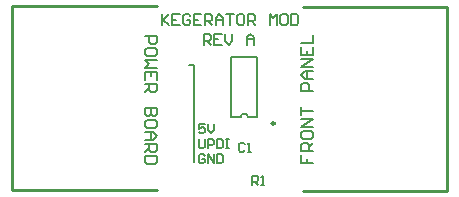
<source format=gto>
G04*
G04 #@! TF.GenerationSoftware,Altium Limited,CircuitMaker,2.2.1 (2.2.1.6)*
G04*
G04 Layer_Color=15132400*
%FSLAX24Y24*%
%MOIN*%
G70*
G04*
G04 #@! TF.SameCoordinates,CDB163E5-030E-4182-BE1C-8E83F9AF5388*
G04*
G04*
G04 #@! TF.FilePolarity,Positive*
G04*
G01*
G75*
%ADD10C,0.0079*%
%ADD11C,0.0100*%
%ADD12C,0.0070*%
%ADD13C,0.0080*%
D10*
X16612Y11750D02*
G03*
X16362Y11750I-125J0D01*
G01*
X16916Y11750D02*
X16916Y13750D01*
X16058Y13750D02*
X16916Y13750D01*
X16058Y11750D02*
X16058Y13750D01*
X16058Y11750D02*
X16362Y11750D01*
X16612Y11750D02*
X16916Y11750D01*
D11*
X17500Y11550D02*
G03*
X17500Y11550I-50J0D01*
G01*
X8760Y15471D02*
X13563Y15471D01*
X8760Y9329D02*
X13563Y9329D01*
X8760Y9329D02*
X8760Y15471D01*
X18437Y9304D02*
X23240Y9304D01*
X18437Y15446D02*
X23240Y15446D01*
X23240Y9304D02*
X23240Y15446D01*
D12*
X14800Y10250D02*
X14800Y13500D01*
X14650Y13500D02*
X14800Y13500D01*
X15170Y10470D02*
X15120Y10520D01*
X15020Y10520D01*
X14970Y10470D01*
X14970Y10270D01*
X15020Y10220D01*
X15120Y10220D01*
X15170Y10270D01*
X15170Y10370D01*
X15070Y10370D01*
X15270Y10220D02*
X15270Y10520D01*
X15470Y10220D01*
X15470Y10520D01*
X15570Y10520D02*
X15570Y10220D01*
X15720Y10220D01*
X15770Y10270D01*
X15770Y10470D01*
X15720Y10520D01*
X15570Y10520D01*
X15170Y11520D02*
X14970Y11520D01*
X14970Y11370D01*
X15070Y11420D01*
X15120Y11420D01*
X15170Y11370D01*
X15170Y11270D01*
X15120Y11220D01*
X15020Y11220D01*
X14970Y11270D01*
X15270Y11520D02*
X15270Y11320D01*
X15370Y11220D01*
X15470Y11320D01*
X15470Y11520D01*
X14970Y11020D02*
X14970Y10770D01*
X15020Y10720D01*
X15120Y10720D01*
X15170Y10770D01*
X15170Y11020D01*
X15270Y10720D02*
X15270Y11020D01*
X15420Y11020D01*
X15470Y10970D01*
X15470Y10870D01*
X15420Y10820D01*
X15270Y10820D01*
X15570Y11020D02*
X15570Y10720D01*
X15720Y10720D01*
X15770Y10770D01*
X15770Y10970D01*
X15720Y11020D01*
X15570Y11020D01*
X15870Y11020D02*
X15970Y11020D01*
X15920Y11020D01*
X15920Y10720D01*
X15870Y10720D01*
X15970Y10720D01*
X16750Y9500D02*
X16750Y9800D01*
X16900Y9800D01*
X16950Y9750D01*
X16950Y9650D01*
X16900Y9600D01*
X16750Y9600D01*
X16850Y9600D02*
X16950Y9500D01*
X17050Y9500D02*
X17150Y9500D01*
X17100Y9500D01*
X17100Y9800D01*
X17050Y9750D01*
X16500Y10850D02*
X16450Y10900D01*
X16350Y10900D01*
X16300Y10850D01*
X16300Y10650D01*
X16350Y10600D01*
X16450Y10600D01*
X16500Y10650D01*
X16600Y10600D02*
X16700Y10600D01*
X16650Y10600D01*
X16650Y10900D01*
X16600Y10850D01*
D13*
X15130Y14180D02*
X15130Y14540D01*
X15310Y14540D01*
X15370Y14480D01*
X15370Y14360D01*
X15310Y14300D01*
X15130Y14300D01*
X15250Y14300D02*
X15370Y14180D01*
X15730Y14540D02*
X15490Y14540D01*
X15490Y14180D01*
X15730Y14180D01*
X15490Y14360D02*
X15610Y14360D01*
X15850Y14540D02*
X15850Y14300D01*
X15970Y14180D01*
X16090Y14300D01*
X16090Y14540D01*
X16570Y14180D02*
X16570Y14420D01*
X16689Y14540D01*
X16809Y14420D01*
X16809Y14180D01*
X16809Y14360D01*
X16570Y14360D01*
X13180Y14470D02*
X13580Y14470D01*
X13580Y14270D01*
X13513Y14203D01*
X13380Y14203D01*
X13313Y14270D01*
X13313Y14470D01*
X13580Y13870D02*
X13580Y14003D01*
X13513Y14070D01*
X13247Y14070D01*
X13180Y14003D01*
X13180Y13870D01*
X13247Y13804D01*
X13513Y13804D01*
X13580Y13870D01*
X13580Y13670D02*
X13180Y13670D01*
X13313Y13537D01*
X13180Y13404D01*
X13580Y13404D01*
X13580Y13004D02*
X13580Y13270D01*
X13180Y13270D01*
X13180Y13004D01*
X13380Y13270D02*
X13380Y13137D01*
X13180Y12871D02*
X13580Y12871D01*
X13580Y12671D01*
X13513Y12604D01*
X13380Y12604D01*
X13313Y12671D01*
X13313Y12871D01*
X13313Y12737D02*
X13180Y12604D01*
X13580Y12071D02*
X13180Y12071D01*
X13180Y11871D01*
X13247Y11804D01*
X13313Y11804D01*
X13380Y11871D01*
X13380Y12071D01*
X13380Y11871D01*
X13447Y11804D01*
X13513Y11804D01*
X13580Y11871D01*
X13580Y12071D01*
X13580Y11471D02*
X13580Y11604D01*
X13513Y11671D01*
X13247Y11671D01*
X13180Y11604D01*
X13180Y11471D01*
X13247Y11404D01*
X13513Y11404D01*
X13580Y11471D01*
X13180Y11271D02*
X13447Y11271D01*
X13580Y11138D01*
X13447Y11004D01*
X13180Y11004D01*
X13380Y11004D01*
X13380Y11271D01*
X13180Y10871D02*
X13580Y10871D01*
X13580Y10671D01*
X13513Y10605D01*
X13380Y10605D01*
X13313Y10671D01*
X13313Y10871D01*
X13313Y10738D02*
X13180Y10605D01*
X13580Y10471D02*
X13180Y10471D01*
X13180Y10271D01*
X13247Y10205D01*
X13513Y10205D01*
X13580Y10271D01*
X13580Y10471D01*
X18370Y10497D02*
X18370Y10230D01*
X18570Y10230D01*
X18570Y10363D01*
X18570Y10230D01*
X18770Y10230D01*
X18770Y10630D02*
X18370Y10630D01*
X18370Y10830D01*
X18437Y10896D01*
X18570Y10896D01*
X18637Y10830D01*
X18637Y10630D01*
X18637Y10763D02*
X18770Y10896D01*
X18370Y11230D02*
X18370Y11096D01*
X18437Y11030D01*
X18703Y11030D01*
X18770Y11096D01*
X18770Y11230D01*
X18703Y11296D01*
X18437Y11296D01*
X18370Y11230D01*
X18770Y11430D02*
X18370Y11430D01*
X18770Y11696D01*
X18370Y11696D01*
X18370Y11829D02*
X18370Y12096D01*
X18370Y11963D01*
X18770Y11963D01*
X18770Y12629D02*
X18370Y12629D01*
X18370Y12829D01*
X18437Y12896D01*
X18570Y12896D01*
X18637Y12829D01*
X18637Y12629D01*
X18770Y13029D02*
X18503Y13029D01*
X18370Y13162D01*
X18503Y13296D01*
X18770Y13296D01*
X18570Y13296D01*
X18570Y13029D01*
X18770Y13429D02*
X18370Y13429D01*
X18770Y13696D01*
X18370Y13696D01*
X18370Y14095D02*
X18370Y13829D01*
X18770Y13829D01*
X18770Y14095D01*
X18570Y13829D02*
X18570Y13962D01*
X18370Y14229D02*
X18770Y14229D01*
X18770Y14495D01*
X13730Y15190D02*
X13730Y14830D01*
X13730Y14950D01*
X13970Y15190D01*
X13790Y15010D01*
X13970Y14830D01*
X14330Y15190D02*
X14090Y15190D01*
X14090Y14830D01*
X14330Y14830D01*
X14090Y15010D02*
X14210Y15010D01*
X14690Y15130D02*
X14630Y15190D01*
X14510Y15190D01*
X14450Y15130D01*
X14450Y14890D01*
X14510Y14830D01*
X14630Y14830D01*
X14690Y14890D01*
X14690Y15010D01*
X14570Y15010D01*
X15050Y15190D02*
X14810Y15190D01*
X14810Y14830D01*
X15050Y14830D01*
X14810Y15010D02*
X14930Y15010D01*
X15170Y14830D02*
X15170Y15190D01*
X15349Y15190D01*
X15409Y15130D01*
X15409Y15010D01*
X15349Y14950D01*
X15170Y14950D01*
X15289Y14950D02*
X15409Y14830D01*
X15529Y14830D02*
X15529Y15070D01*
X15649Y15190D01*
X15769Y15070D01*
X15769Y14830D01*
X15769Y15010D01*
X15529Y15010D01*
X15889Y15190D02*
X16129Y15190D01*
X16009Y15190D01*
X16009Y14830D01*
X16429Y15190D02*
X16309Y15190D01*
X16249Y15130D01*
X16249Y14890D01*
X16309Y14830D01*
X16429Y14830D01*
X16489Y14890D01*
X16489Y15130D01*
X16429Y15190D01*
X16609Y14830D02*
X16609Y15190D01*
X16789Y15190D01*
X16849Y15130D01*
X16849Y15010D01*
X16789Y14950D01*
X16609Y14950D01*
X16729Y14950D02*
X16849Y14830D01*
X17329Y14830D02*
X17329Y15190D01*
X17449Y15070D01*
X17569Y15190D01*
X17569Y14830D01*
X17869Y15190D02*
X17749Y15190D01*
X17689Y15130D01*
X17689Y14890D01*
X17749Y14830D01*
X17869Y14830D01*
X17929Y14890D01*
X17929Y15130D01*
X17869Y15190D01*
X18049Y15190D02*
X18049Y14830D01*
X18229Y14830D01*
X18289Y14890D01*
X18289Y15130D01*
X18229Y15190D01*
X18049Y15190D01*
M02*

</source>
